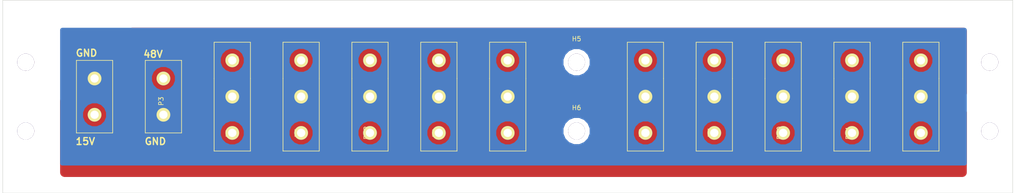
<source format=kicad_pcb>
(kicad_pcb (version 4) (host pcbnew "(after 2015-mar-04 BZR unknown)-product")

  (general
    (links 31)
    (no_connects 0)
    (area 50.141667 86.449999 277.616429 128.550001)
    (thickness 1.6)
    (drawings 8)
    (tracks 0)
    (zones 0)
    (modules 18)
    (nets 4)
  )

  (page A4)
  (layers
    (0 F.Cu signal)
    (31 B.Cu signal)
    (32 B.Adhes user)
    (33 F.Adhes user)
    (34 B.Paste user)
    (35 F.Paste user)
    (36 B.SilkS user)
    (37 F.SilkS user)
    (38 B.Mask user)
    (39 F.Mask user)
    (40 Dwgs.User user)
    (41 Cmts.User user)
    (42 Eco1.User user)
    (43 Eco2.User user)
    (44 Edge.Cuts user)
    (45 Margin user)
    (46 B.CrtYd user)
    (47 F.CrtYd user)
    (48 B.Fab user)
    (49 F.Fab user)
  )

  (setup
    (last_trace_width 0.25)
    (trace_clearance 0.2)
    (zone_clearance 1.5)
    (zone_45_only no)
    (trace_min 0.2)
    (segment_width 0.2)
    (edge_width 0.1)
    (via_size 0.6)
    (via_drill 0.4)
    (via_min_size 0.4)
    (via_min_drill 0.3)
    (uvia_size 0.3)
    (uvia_drill 0.1)
    (uvias_allowed no)
    (uvia_min_size 0.2)
    (uvia_min_drill 0.1)
    (pcb_text_width 0.3)
    (pcb_text_size 1.5 1.5)
    (mod_edge_width 0.15)
    (mod_text_size 1 1)
    (mod_text_width 0.15)
    (pad_size 1.5 1.5)
    (pad_drill 0.6)
    (pad_to_mask_clearance 0)
    (aux_axis_origin 0 0)
    (visible_elements FFFEEF7F)
    (pcbplotparams
      (layerselection 0x010f0_80000001)
      (usegerberextensions false)
      (excludeedgelayer true)
      (linewidth 0.100000)
      (plotframeref false)
      (viasonmask false)
      (mode 1)
      (useauxorigin false)
      (hpglpennumber 1)
      (hpglpenspeed 20)
      (hpglpendiameter 15)
      (hpglpenoverlay 2)
      (psnegative false)
      (psa4output false)
      (plotreference true)
      (plotvalue true)
      (plotinvisibletext false)
      (padsonsilk false)
      (subtractmaskfromsilk false)
      (outputformat 1)
      (mirror false)
      (drillshape 0)
      (scaleselection 1)
      (outputdirectory gerbs/))
  )

  (net 0 "")
  (net 1 +15V)
  (net 2 GND)
  (net 3 +48V)

  (net_class Default "This is the default net class."
    (clearance 0.2)
    (trace_width 0.25)
    (via_dia 0.6)
    (via_drill 0.4)
    (uvia_dia 0.3)
    (uvia_drill 0.1)
    (add_net +15V)
    (add_net +48V)
    (add_net GND)
  )

  (module Mounting_Holes:MountingHole_3-7mm (layer F.Cu) (tedit 0) (tstamp 553EBC47)
    (at 180 115)
    (descr "Mounting hole, Befestigungsbohrung, 3,7mm, No Annular, Kein Restring,")
    (tags "Mounting hole, Befestigungsbohrung, 3,7mm, No Annular, Kein Restring,")
    (path /553EBCAA)
    (fp_text reference H6 (at 0 -5.08) (layer F.SilkS)
      (effects (font (size 1 1) (thickness 0.15)))
    )
    (fp_text value MOUNTING_HOLE (at 1.27 5.08) (layer F.Fab)
      (effects (font (size 1 1) (thickness 0.15)))
    )
    (fp_circle (center 0 0) (end 3.7 0) (layer Cmts.User) (width 0.381))
    (pad 1 thru_hole circle (at 0 0) (size 3.7 3.7) (drill 3.7) (layers))
  )

  (module Mounting_Holes:MountingHole_3-7mm (layer F.Cu) (tedit 0) (tstamp 553EBC42)
    (at 180 100)
    (descr "Mounting hole, Befestigungsbohrung, 3,7mm, No Annular, Kein Restring,")
    (tags "Mounting hole, Befestigungsbohrung, 3,7mm, No Annular, Kein Restring,")
    (path /553EBCA4)
    (fp_text reference H5 (at 0 -5.08) (layer F.SilkS)
      (effects (font (size 1 1) (thickness 0.15)))
    )
    (fp_text value MOUNTING_HOLE (at 1.27 5.08) (layer F.Fab)
      (effects (font (size 1 1) (thickness 0.15)))
    )
    (fp_circle (center 0 0) (end 3.7 0) (layer Cmts.User) (width 0.381))
    (pad 1 thru_hole circle (at 0 0) (size 3.7 3.7) (drill 3.7) (layers))
  )

  (module sdtransmitter:powerpole25APCBx3 (layer F.Cu) (tedit 55887627) (tstamp 553EB7CF)
    (at 150 107.5 90)
    (path /553EB8A9)
    (fp_text reference P12 (at -7.9 -15.8 90) (layer F.SilkS)
      (effects (font (size 1 1) (thickness 0.15)))
    )
    (fp_text value CONN_01X03 (at 0 -19.75 90) (layer F.Fab)
      (effects (font (size 1 1) (thickness 0.15)))
    )
    (fp_line (start 3.95 3.95) (end 11.85 3.95) (layer F.SilkS) (width 0.15))
    (fp_line (start 11.85 3.95) (end 11.85 -3.95) (layer F.SilkS) (width 0.15))
    (fp_line (start 11.85 -3.95) (end 3.95 -3.95) (layer F.SilkS) (width 0.15))
    (fp_line (start 3.95 3.95) (end -11.85 3.95) (layer F.SilkS) (width 0.15))
    (fp_line (start -11.85 3.95) (end -11.85 -3.95) (layer F.SilkS) (width 0.15))
    (fp_line (start -11.85 -3.95) (end 3.95 -3.95) (layer F.SilkS) (width 0.15))
    (pad 3 thru_hole circle (at 7.9 0 90) (size 3 3) (drill 1.8) (layers *.Cu *.Mask F.SilkS)
      (net 3 +48V))
    (pad 1 thru_hole circle (at -7.9 0 90) (size 3 3) (drill 1.8) (layers *.Cu *.Mask F.SilkS)
      (net 1 +15V))
    (pad 2 thru_hole circle (at 0 0 90) (size 3 3) (drill 1.8) (layers *.Cu *.Mask F.SilkS)
      (net 2 GND))
  )

  (module sdtransmitter:powerpole25APCBx3 (layer F.Cu) (tedit 55887627) (tstamp 553EB7C8)
    (at 255 107.5 90)
    (path /553EB88E)
    (fp_text reference P11 (at -7.9 -15.8 90) (layer F.SilkS)
      (effects (font (size 1 1) (thickness 0.15)))
    )
    (fp_text value CONN_01X03 (at 0 -19.75 90) (layer F.Fab)
      (effects (font (size 1 1) (thickness 0.15)))
    )
    (fp_line (start 3.95 3.95) (end 11.85 3.95) (layer F.SilkS) (width 0.15))
    (fp_line (start 11.85 3.95) (end 11.85 -3.95) (layer F.SilkS) (width 0.15))
    (fp_line (start 11.85 -3.95) (end 3.95 -3.95) (layer F.SilkS) (width 0.15))
    (fp_line (start 3.95 3.95) (end -11.85 3.95) (layer F.SilkS) (width 0.15))
    (fp_line (start -11.85 3.95) (end -11.85 -3.95) (layer F.SilkS) (width 0.15))
    (fp_line (start -11.85 -3.95) (end 3.95 -3.95) (layer F.SilkS) (width 0.15))
    (pad 3 thru_hole circle (at 7.9 0 90) (size 3 3) (drill 1.8) (layers *.Cu *.Mask F.SilkS)
      (net 3 +48V))
    (pad 1 thru_hole circle (at -7.9 0 90) (size 3 3) (drill 1.8) (layers *.Cu *.Mask F.SilkS)
      (net 1 +15V))
    (pad 2 thru_hole circle (at 0 0 90) (size 3 3) (drill 1.8) (layers *.Cu *.Mask F.SilkS)
      (net 2 GND))
  )

  (module sdtransmitter:powerpole25APCBx3 (layer F.Cu) (tedit 55887627) (tstamp 553EB7C1)
    (at 240 107.5 90)
    (path /553EB827)
    (fp_text reference P10 (at -7.9 -15.8 90) (layer F.SilkS)
      (effects (font (size 1 1) (thickness 0.15)))
    )
    (fp_text value CONN_01X03 (at 0 -19.75 90) (layer F.Fab)
      (effects (font (size 1 1) (thickness 0.15)))
    )
    (fp_line (start 3.95 3.95) (end 11.85 3.95) (layer F.SilkS) (width 0.15))
    (fp_line (start 11.85 3.95) (end 11.85 -3.95) (layer F.SilkS) (width 0.15))
    (fp_line (start 11.85 -3.95) (end 3.95 -3.95) (layer F.SilkS) (width 0.15))
    (fp_line (start 3.95 3.95) (end -11.85 3.95) (layer F.SilkS) (width 0.15))
    (fp_line (start -11.85 3.95) (end -11.85 -3.95) (layer F.SilkS) (width 0.15))
    (fp_line (start -11.85 -3.95) (end 3.95 -3.95) (layer F.SilkS) (width 0.15))
    (pad 3 thru_hole circle (at 7.9 0 90) (size 3 3) (drill 1.8) (layers *.Cu *.Mask F.SilkS)
      (net 3 +48V))
    (pad 1 thru_hole circle (at -7.9 0 90) (size 3 3) (drill 1.8) (layers *.Cu *.Mask F.SilkS)
      (net 1 +15V))
    (pad 2 thru_hole circle (at 0 0 90) (size 3 3) (drill 1.8) (layers *.Cu *.Mask F.SilkS)
      (net 2 GND))
  )

  (module sdtransmitter:powerpole25APCBx3 (layer F.Cu) (tedit 55887627) (tstamp 553EB7BA)
    (at 210 107.5 90)
    (path /553EB6A3)
    (fp_text reference P9 (at -7.9 -15.8 90) (layer F.SilkS)
      (effects (font (size 1 1) (thickness 0.15)))
    )
    (fp_text value CONN_01X03 (at 0 -19.75 90) (layer F.Fab)
      (effects (font (size 1 1) (thickness 0.15)))
    )
    (fp_line (start 3.95 3.95) (end 11.85 3.95) (layer F.SilkS) (width 0.15))
    (fp_line (start 11.85 3.95) (end 11.85 -3.95) (layer F.SilkS) (width 0.15))
    (fp_line (start 11.85 -3.95) (end 3.95 -3.95) (layer F.SilkS) (width 0.15))
    (fp_line (start 3.95 3.95) (end -11.85 3.95) (layer F.SilkS) (width 0.15))
    (fp_line (start -11.85 3.95) (end -11.85 -3.95) (layer F.SilkS) (width 0.15))
    (fp_line (start -11.85 -3.95) (end 3.95 -3.95) (layer F.SilkS) (width 0.15))
    (pad 3 thru_hole circle (at 7.9 0 90) (size 3 3) (drill 1.8) (layers *.Cu *.Mask F.SilkS)
      (net 3 +48V))
    (pad 1 thru_hole circle (at -7.9 0 90) (size 3 3) (drill 1.8) (layers *.Cu *.Mask F.SilkS)
      (net 1 +15V))
    (pad 2 thru_hole circle (at 0 0 90) (size 3 3) (drill 1.8) (layers *.Cu *.Mask F.SilkS)
      (net 2 GND))
  )

  (module sdtransmitter:powerpole25APCBx3 (layer F.Cu) (tedit 55887627) (tstamp 553EB7B3)
    (at 195 107.5 90)
    (path /553EB80C)
    (fp_text reference P8 (at -7.9 -15.8 90) (layer F.SilkS)
      (effects (font (size 1 1) (thickness 0.15)))
    )
    (fp_text value CONN_01X03 (at 0 -19.75 90) (layer F.Fab)
      (effects (font (size 1 1) (thickness 0.15)))
    )
    (fp_line (start 3.95 3.95) (end 11.85 3.95) (layer F.SilkS) (width 0.15))
    (fp_line (start 11.85 3.95) (end 11.85 -3.95) (layer F.SilkS) (width 0.15))
    (fp_line (start 11.85 -3.95) (end 3.95 -3.95) (layer F.SilkS) (width 0.15))
    (fp_line (start 3.95 3.95) (end -11.85 3.95) (layer F.SilkS) (width 0.15))
    (fp_line (start -11.85 3.95) (end -11.85 -3.95) (layer F.SilkS) (width 0.15))
    (fp_line (start -11.85 -3.95) (end 3.95 -3.95) (layer F.SilkS) (width 0.15))
    (pad 3 thru_hole circle (at 7.9 0 90) (size 3 3) (drill 1.8) (layers *.Cu *.Mask F.SilkS)
      (net 3 +48V))
    (pad 1 thru_hole circle (at -7.9 0 90) (size 3 3) (drill 1.8) (layers *.Cu *.Mask F.SilkS)
      (net 1 +15V))
    (pad 2 thru_hole circle (at 0 0 90) (size 3 3) (drill 1.8) (layers *.Cu *.Mask F.SilkS)
      (net 2 GND))
  )

  (module sdtransmitter:powerpole25APCBx3 (layer F.Cu) (tedit 55887627) (tstamp 553EB7AC)
    (at 225 107.5 90)
    (path /553EB4E0)
    (fp_text reference P7 (at -7.9 -15.8 90) (layer F.SilkS)
      (effects (font (size 1 1) (thickness 0.15)))
    )
    (fp_text value CONN_01X03 (at 0 -19.75 90) (layer F.Fab)
      (effects (font (size 1 1) (thickness 0.15)))
    )
    (fp_line (start 3.95 3.95) (end 11.85 3.95) (layer F.SilkS) (width 0.15))
    (fp_line (start 11.85 3.95) (end 11.85 -3.95) (layer F.SilkS) (width 0.15))
    (fp_line (start 11.85 -3.95) (end 3.95 -3.95) (layer F.SilkS) (width 0.15))
    (fp_line (start 3.95 3.95) (end -11.85 3.95) (layer F.SilkS) (width 0.15))
    (fp_line (start -11.85 3.95) (end -11.85 -3.95) (layer F.SilkS) (width 0.15))
    (fp_line (start -11.85 -3.95) (end 3.95 -3.95) (layer F.SilkS) (width 0.15))
    (pad 3 thru_hole circle (at 7.9 0 90) (size 3 3) (drill 1.8) (layers *.Cu *.Mask F.SilkS)
      (net 3 +48V))
    (pad 1 thru_hole circle (at -7.9 0 90) (size 3 3) (drill 1.8) (layers *.Cu *.Mask F.SilkS)
      (net 1 +15V))
    (pad 2 thru_hole circle (at 0 0 90) (size 3 3) (drill 1.8) (layers *.Cu *.Mask F.SilkS)
      (net 2 GND))
  )

  (module sdtransmitter:powerpole25APCBx3 (layer F.Cu) (tedit 55887627) (tstamp 553EB7A5)
    (at 165 107.5 90)
    (path /553EB7F1)
    (fp_text reference P6 (at -7.9 -15.8 90) (layer F.SilkS)
      (effects (font (size 1 1) (thickness 0.15)))
    )
    (fp_text value CONN_01X03 (at 0 -19.75 90) (layer F.Fab)
      (effects (font (size 1 1) (thickness 0.15)))
    )
    (fp_line (start 3.95 3.95) (end 11.85 3.95) (layer F.SilkS) (width 0.15))
    (fp_line (start 11.85 3.95) (end 11.85 -3.95) (layer F.SilkS) (width 0.15))
    (fp_line (start 11.85 -3.95) (end 3.95 -3.95) (layer F.SilkS) (width 0.15))
    (fp_line (start 3.95 3.95) (end -11.85 3.95) (layer F.SilkS) (width 0.15))
    (fp_line (start -11.85 3.95) (end -11.85 -3.95) (layer F.SilkS) (width 0.15))
    (fp_line (start -11.85 -3.95) (end 3.95 -3.95) (layer F.SilkS) (width 0.15))
    (pad 3 thru_hole circle (at 7.9 0 90) (size 3 3) (drill 1.8) (layers *.Cu *.Mask F.SilkS)
      (net 3 +48V))
    (pad 1 thru_hole circle (at -7.9 0 90) (size 3 3) (drill 1.8) (layers *.Cu *.Mask F.SilkS)
      (net 1 +15V))
    (pad 2 thru_hole circle (at 0 0 90) (size 3 3) (drill 1.8) (layers *.Cu *.Mask F.SilkS)
      (net 2 GND))
  )

  (module sdtransmitter:powerpole25APCBx3 (layer F.Cu) (tedit 55887627) (tstamp 553EB79E)
    (at 135 107.5 90)
    (path /553EB49D)
    (fp_text reference P5 (at -7.9 -15.8 90) (layer F.SilkS)
      (effects (font (size 1 1) (thickness 0.15)))
    )
    (fp_text value CONN_01X03 (at 0 -19.75 90) (layer F.Fab)
      (effects (font (size 1 1) (thickness 0.15)))
    )
    (fp_line (start 3.95 3.95) (end 11.85 3.95) (layer F.SilkS) (width 0.15))
    (fp_line (start 11.85 3.95) (end 11.85 -3.95) (layer F.SilkS) (width 0.15))
    (fp_line (start 11.85 -3.95) (end 3.95 -3.95) (layer F.SilkS) (width 0.15))
    (fp_line (start 3.95 3.95) (end -11.85 3.95) (layer F.SilkS) (width 0.15))
    (fp_line (start -11.85 3.95) (end -11.85 -3.95) (layer F.SilkS) (width 0.15))
    (fp_line (start -11.85 -3.95) (end 3.95 -3.95) (layer F.SilkS) (width 0.15))
    (pad 3 thru_hole circle (at 7.9 0 90) (size 3 3) (drill 1.8) (layers *.Cu *.Mask F.SilkS)
      (net 3 +48V))
    (pad 1 thru_hole circle (at -7.9 0 90) (size 3 3) (drill 1.8) (layers *.Cu *.Mask F.SilkS)
      (net 1 +15V))
    (pad 2 thru_hole circle (at 0 0 90) (size 3 3) (drill 1.8) (layers *.Cu *.Mask F.SilkS)
      (net 2 GND))
  )

  (module sdtransmitter:powerpole25APCBx3 (layer F.Cu) (tedit 55887627) (tstamp 553EB797)
    (at 120 107.5 90)
    (path /553EB7D6)
    (fp_text reference P4 (at -7.9 -15.8 90) (layer F.SilkS)
      (effects (font (size 1 1) (thickness 0.15)))
    )
    (fp_text value CONN_01X03 (at 0 -19.75 90) (layer F.Fab)
      (effects (font (size 1 1) (thickness 0.15)))
    )
    (fp_line (start 3.95 3.95) (end 11.85 3.95) (layer F.SilkS) (width 0.15))
    (fp_line (start 11.85 3.95) (end 11.85 -3.95) (layer F.SilkS) (width 0.15))
    (fp_line (start 11.85 -3.95) (end 3.95 -3.95) (layer F.SilkS) (width 0.15))
    (fp_line (start 3.95 3.95) (end -11.85 3.95) (layer F.SilkS) (width 0.15))
    (fp_line (start -11.85 3.95) (end -11.85 -3.95) (layer F.SilkS) (width 0.15))
    (fp_line (start -11.85 -3.95) (end 3.95 -3.95) (layer F.SilkS) (width 0.15))
    (pad 3 thru_hole circle (at 7.9 0 90) (size 3 3) (drill 1.8) (layers *.Cu *.Mask F.SilkS)
      (net 3 +48V))
    (pad 1 thru_hole circle (at -7.9 0 90) (size 3 3) (drill 1.8) (layers *.Cu *.Mask F.SilkS)
      (net 1 +15V))
    (pad 2 thru_hole circle (at 0 0 90) (size 3 3) (drill 1.8) (layers *.Cu *.Mask F.SilkS)
      (net 2 GND))
  )

  (module sdtransmitter:powerpole25APCBx3 (layer F.Cu) (tedit 5588775D) (tstamp 553EB790)
    (at 105 107.5 90)
    (path /553EAE96)
    (fp_text reference P3 (at -1 -15.5 90) (layer F.SilkS)
      (effects (font (size 1 1) (thickness 0.15)))
    )
    (fp_text value CONN_01X03 (at 0 -19.75 90) (layer F.Fab)
      (effects (font (size 1 1) (thickness 0.15)))
    )
    (fp_line (start 3.95 3.95) (end 11.85 3.95) (layer F.SilkS) (width 0.15))
    (fp_line (start 11.85 3.95) (end 11.85 -3.95) (layer F.SilkS) (width 0.15))
    (fp_line (start 11.85 -3.95) (end 3.95 -3.95) (layer F.SilkS) (width 0.15))
    (fp_line (start 3.95 3.95) (end -11.85 3.95) (layer F.SilkS) (width 0.15))
    (fp_line (start -11.85 3.95) (end -11.85 -3.95) (layer F.SilkS) (width 0.15))
    (fp_line (start -11.85 -3.95) (end 3.95 -3.95) (layer F.SilkS) (width 0.15))
    (pad 3 thru_hole circle (at 7.9 0 90) (size 3 3) (drill 1.8) (layers *.Cu *.Mask F.SilkS)
      (net 3 +48V))
    (pad 1 thru_hole circle (at -7.9 0 90) (size 3 3) (drill 1.8) (layers *.Cu *.Mask F.SilkS)
      (net 1 +15V))
    (pad 2 thru_hole circle (at 0 0 90) (size 3 3) (drill 1.8) (layers *.Cu *.Mask F.SilkS)
      (net 2 GND))
  )

  (module sdtransmitter:powerpole25APCBx2 (layer F.Cu) (tedit 55887643) (tstamp 553EB789)
    (at 90 107.5 270)
    (path /553EAEF6)
    (fp_text reference P2 (at -7.9 -15.8 270) (layer F.SilkS)
      (effects (font (size 1 1) (thickness 0.15)))
    )
    (fp_text value CONN_01X02 (at 0 -19.75 270) (layer F.Fab)
      (effects (font (size 1 1) (thickness 0.15)))
    )
    (fp_line (start 7.9 -3.95) (end 7.9 3.95) (layer F.SilkS) (width 0.15))
    (fp_line (start 7.9 3.95) (end -7.9 3.95) (layer F.SilkS) (width 0.15))
    (fp_line (start -7.9 3.95) (end -7.9 -3.95) (layer F.SilkS) (width 0.15))
    (fp_line (start -7.9 -3.95) (end 7.9 -3.95) (layer F.SilkS) (width 0.15))
    (pad 1 thru_hole circle (at -3.95 0 270) (size 3 3) (drill 1.8) (layers *.Cu *.Mask F.SilkS)
      (net 3 +48V))
    (pad 2 thru_hole circle (at 3.95 0 270) (size 3 3) (drill 1.8) (layers *.Cu *.Mask F.SilkS)
      (net 2 GND))
  )

  (module sdtransmitter:powerpole25APCBx2 (layer F.Cu) (tedit 55887643) (tstamp 553EB783)
    (at 75 107.5 90)
    (path /553EAECD)
    (fp_text reference P1 (at -7.9 -15.8 90) (layer F.SilkS)
      (effects (font (size 1 1) (thickness 0.15)))
    )
    (fp_text value CONN_01X02 (at 0 -19.75 90) (layer F.Fab)
      (effects (font (size 1 1) (thickness 0.15)))
    )
    (fp_line (start 7.9 -3.95) (end 7.9 3.95) (layer F.SilkS) (width 0.15))
    (fp_line (start 7.9 3.95) (end -7.9 3.95) (layer F.SilkS) (width 0.15))
    (fp_line (start -7.9 3.95) (end -7.9 -3.95) (layer F.SilkS) (width 0.15))
    (fp_line (start -7.9 -3.95) (end 7.9 -3.95) (layer F.SilkS) (width 0.15))
    (pad 1 thru_hole circle (at -3.95 0 90) (size 3 3) (drill 1.8) (layers *.Cu *.Mask F.SilkS)
      (net 1 +15V))
    (pad 2 thru_hole circle (at 3.95 0 90) (size 3 3) (drill 1.8) (layers *.Cu *.Mask F.SilkS)
      (net 2 GND))
  )

  (module Mounting_Holes:MountingHole_3-7mm (layer F.Cu) (tedit 55887747) (tstamp 553EB77D)
    (at 60 115)
    (descr "Mounting hole, Befestigungsbohrung, 3,7mm, No Annular, Kein Restring,")
    (tags "Mounting hole, Befestigungsbohrung, 3,7mm, No Annular, Kein Restring,")
    (path /553EC09A)
    (fp_text reference H4 (at -0.25 0.25) (layer F.SilkS)
      (effects (font (size 1 1) (thickness 0.15)))
    )
    (fp_text value MOUNTING_HOLE (at 1.27 5.08) (layer F.Fab)
      (effects (font (size 1 1) (thickness 0.15)))
    )
    (fp_circle (center 0 0) (end 3.7 0) (layer Cmts.User) (width 0.381))
    (pad 1 thru_hole circle (at 0 0) (size 3.7 3.7) (drill 3.7) (layers))
  )

  (module Mounting_Holes:MountingHole_3-7mm (layer F.Cu) (tedit 55887764) (tstamp 553EB778)
    (at 270 115)
    (descr "Mounting hole, Befestigungsbohrung, 3,7mm, No Annular, Kein Restring,")
    (tags "Mounting hole, Befestigungsbohrung, 3,7mm, No Annular, Kein Restring,")
    (path /553EBFE8)
    (fp_text reference H3 (at 0 0) (layer F.SilkS)
      (effects (font (size 1 1) (thickness 0.15)))
    )
    (fp_text value MOUNTING_HOLE (at 1.27 5.08) (layer F.Fab)
      (effects (font (size 1 1) (thickness 0.15)))
    )
    (fp_circle (center 0 0) (end 3.7 0) (layer Cmts.User) (width 0.381))
    (pad 1 thru_hole circle (at 0 0) (size 3.7 3.7) (drill 3.7) (layers))
  )

  (module Mounting_Holes:MountingHole_3-7mm (layer F.Cu) (tedit 55887766) (tstamp 553EB773)
    (at 270 100)
    (descr "Mounting hole, Befestigungsbohrung, 3,7mm, No Annular, Kein Restring,")
    (tags "Mounting hole, Befestigungsbohrung, 3,7mm, No Annular, Kein Restring,")
    (path /553EC034)
    (fp_text reference H2 (at 0 0) (layer F.SilkS)
      (effects (font (size 1 1) (thickness 0.15)))
    )
    (fp_text value MOUNTING_HOLE (at 1.27 5.08) (layer F.Fab)
      (effects (font (size 1 1) (thickness 0.15)))
    )
    (fp_circle (center 0 0) (end 3.7 0) (layer Cmts.User) (width 0.381))
    (pad 1 thru_hole circle (at 0 0) (size 3.7 3.7) (drill 3.7) (layers))
  )

  (module Mounting_Holes:MountingHole_3-7mm (layer F.Cu) (tedit 5588774B) (tstamp 553EB76E)
    (at 60 100)
    (descr "Mounting hole, Befestigungsbohrung, 3,7mm, No Annular, Kein Restring,")
    (tags "Mounting hole, Befestigungsbohrung, 3,7mm, No Annular, Kein Restring,")
    (path /553EBF3F)
    (fp_text reference H1 (at 0.25 0) (layer F.SilkS)
      (effects (font (size 1 1) (thickness 0.15)))
    )
    (fp_text value MOUNTING_HOLE (at 1.27 5.08) (layer F.Fab)
      (effects (font (size 1 1) (thickness 0.15)))
    )
    (fp_circle (center 0 0) (end 3.7 0) (layer Cmts.User) (width 0.381))
    (pad 1 thru_hole circle (at 0 0) (size 3.7 3.7) (drill 3.7) (layers))
  )

  (gr_line (start 55 128.5) (end 55 86.5) (angle 90) (layer Edge.Cuts) (width 0.1))
  (gr_line (start 275 86.5) (end 275 128.5) (angle 90) (layer Edge.Cuts) (width 0.1))
  (gr_line (start 275 128.5) (end 55 128.5) (angle 90) (layer Edge.Cuts) (width 0.1))
  (gr_line (start 55 86.5) (end 275 86.5) (angle 90) (layer Edge.Cuts) (width 0.1))
  (gr_text GND (at 88.25 117.25) (layer F.SilkS)
    (effects (font (size 1.5 1.5) (thickness 0.3)))
  )
  (gr_text GND (at 73.25 98) (layer F.SilkS)
    (effects (font (size 1.5 1.5) (thickness 0.3)))
  )
  (gr_text 15V (at 73 117.25) (layer F.SilkS)
    (effects (font (size 1.5 1.5) (thickness 0.3)))
  )
  (gr_text 48V (at 87.75 98.25) (layer F.SilkS)
    (effects (font (size 1.5 1.5) (thickness 0.3)))
  )

  (zone (net 2) (net_name GND) (layer B.Cu) (tstamp 553EBE4E) (hatch edge 0.508)
    (connect_pads yes (clearance 1))
    (min_thickness 1)
    (fill yes (arc_segments 16) (thermal_gap 5) (thermal_bridge_width 5))
    (polygon
      (pts
        (xy 67.5 92.5) (xy 67.5 122.5) (xy 265 122.5) (xy 265 92.5)
      )
    )
    (filled_polygon
      (pts
        (xy 264.5 122) (xy 258.000519 122) (xy 258.000519 114.805881) (xy 258.000519 99.005881) (xy 257.544759 97.902857)
        (xy 256.701582 97.058207) (xy 255.599355 96.600522) (xy 254.405881 96.599481) (xy 253.302857 97.055241) (xy 252.458207 97.898418)
        (xy 252.000522 99.000645) (xy 251.999481 100.194119) (xy 252.455241 101.297143) (xy 253.298418 102.141793) (xy 254.400645 102.599478)
        (xy 255.594119 102.600519) (xy 256.697143 102.144759) (xy 257.541793 101.301582) (xy 257.999478 100.199355) (xy 258.000519 99.005881)
        (xy 258.000519 114.805881) (xy 257.544759 113.702857) (xy 256.701582 112.858207) (xy 255.599355 112.400522) (xy 254.405881 112.399481)
        (xy 253.302857 112.855241) (xy 252.458207 113.698418) (xy 252.000522 114.800645) (xy 251.999481 115.994119) (xy 252.455241 117.097143)
        (xy 253.298418 117.941793) (xy 254.400645 118.399478) (xy 255.594119 118.400519) (xy 256.697143 117.944759) (xy 257.541793 117.101582)
        (xy 257.999478 115.999355) (xy 258.000519 114.805881) (xy 258.000519 122) (xy 243.000519 122) (xy 243.000519 114.805881)
        (xy 243.000519 99.005881) (xy 242.544759 97.902857) (xy 241.701582 97.058207) (xy 240.599355 96.600522) (xy 239.405881 96.599481)
        (xy 238.302857 97.055241) (xy 237.458207 97.898418) (xy 237.000522 99.000645) (xy 236.999481 100.194119) (xy 237.455241 101.297143)
        (xy 238.298418 102.141793) (xy 239.400645 102.599478) (xy 240.594119 102.600519) (xy 241.697143 102.144759) (xy 242.541793 101.301582)
        (xy 242.999478 100.199355) (xy 243.000519 99.005881) (xy 243.000519 114.805881) (xy 242.544759 113.702857) (xy 241.701582 112.858207)
        (xy 240.599355 112.400522) (xy 239.405881 112.399481) (xy 238.302857 112.855241) (xy 237.458207 113.698418) (xy 237.000522 114.800645)
        (xy 236.999481 115.994119) (xy 237.455241 117.097143) (xy 238.298418 117.941793) (xy 239.400645 118.399478) (xy 240.594119 118.400519)
        (xy 241.697143 117.944759) (xy 242.541793 117.101582) (xy 242.999478 115.999355) (xy 243.000519 114.805881) (xy 243.000519 122)
        (xy 228.000519 122) (xy 228.000519 114.805881) (xy 228.000519 99.005881) (xy 227.544759 97.902857) (xy 226.701582 97.058207)
        (xy 225.599355 96.600522) (xy 224.405881 96.599481) (xy 223.302857 97.055241) (xy 222.458207 97.898418) (xy 222.000522 99.000645)
        (xy 221.999481 100.194119) (xy 222.455241 101.297143) (xy 223.298418 102.141793) (xy 224.400645 102.599478) (xy 225.594119 102.600519)
        (xy 226.697143 102.144759) (xy 227.541793 101.301582) (xy 227.999478 100.199355) (xy 228.000519 99.005881) (xy 228.000519 114.805881)
        (xy 227.544759 113.702857) (xy 226.701582 112.858207) (xy 225.599355 112.400522) (xy 224.405881 112.399481) (xy 223.302857 112.855241)
        (xy 222.458207 113.698418) (xy 222.000522 114.800645) (xy 221.999481 115.994119) (xy 222.455241 117.097143) (xy 223.298418 117.941793)
        (xy 224.400645 118.399478) (xy 225.594119 118.400519) (xy 226.697143 117.944759) (xy 227.541793 117.101582) (xy 227.999478 115.999355)
        (xy 228.000519 114.805881) (xy 228.000519 122) (xy 213.000519 122) (xy 213.000519 114.805881) (xy 213.000519 99.005881)
        (xy 212.544759 97.902857) (xy 211.701582 97.058207) (xy 210.599355 96.600522) (xy 209.405881 96.599481) (xy 208.302857 97.055241)
        (xy 207.458207 97.898418) (xy 207.000522 99.000645) (xy 206.999481 100.194119) (xy 207.455241 101.297143) (xy 208.298418 102.141793)
        (xy 209.400645 102.599478) (xy 210.594119 102.600519) (xy 211.697143 102.144759) (xy 212.541793 101.301582) (xy 212.999478 100.199355)
        (xy 213.000519 99.005881) (xy 213.000519 114.805881) (xy 212.544759 113.702857) (xy 211.701582 112.858207) (xy 210.599355 112.400522)
        (xy 209.405881 112.399481) (xy 208.302857 112.855241) (xy 207.458207 113.698418) (xy 207.000522 114.800645) (xy 206.999481 115.994119)
        (xy 207.455241 117.097143) (xy 208.298418 117.941793) (xy 209.400645 118.399478) (xy 210.594119 118.400519) (xy 211.697143 117.944759)
        (xy 212.541793 117.101582) (xy 212.999478 115.999355) (xy 213.000519 114.805881) (xy 213.000519 122) (xy 198.000519 122)
        (xy 198.000519 114.805881) (xy 198.000519 99.005881) (xy 197.544759 97.902857) (xy 196.701582 97.058207) (xy 195.599355 96.600522)
        (xy 194.405881 96.599481) (xy 193.302857 97.055241) (xy 192.458207 97.898418) (xy 192.000522 99.000645) (xy 191.999481 100.194119)
        (xy 192.455241 101.297143) (xy 193.298418 102.141793) (xy 194.400645 102.599478) (xy 195.594119 102.600519) (xy 196.697143 102.144759)
        (xy 197.541793 101.301582) (xy 197.999478 100.199355) (xy 198.000519 99.005881) (xy 198.000519 114.805881) (xy 197.544759 113.702857)
        (xy 196.701582 112.858207) (xy 195.599355 112.400522) (xy 194.405881 112.399481) (xy 193.302857 112.855241) (xy 192.458207 113.698418)
        (xy 192.000522 114.800645) (xy 191.999481 115.994119) (xy 192.455241 117.097143) (xy 193.298418 117.941793) (xy 194.400645 118.399478)
        (xy 195.594119 118.400519) (xy 196.697143 117.944759) (xy 197.541793 117.101582) (xy 197.999478 115.999355) (xy 198.000519 114.805881)
        (xy 198.000519 122) (xy 183.35058 122) (xy 183.35058 114.336567) (xy 183.35058 99.336567) (xy 182.841647 98.104857)
        (xy 181.9001 97.161665) (xy 180.66928 96.650583) (xy 179.336567 96.64942) (xy 178.104857 97.158353) (xy 177.161665 98.0999)
        (xy 176.650583 99.33072) (xy 176.64942 100.663433) (xy 177.158353 101.895143) (xy 178.0999 102.838335) (xy 179.33072 103.349417)
        (xy 180.663433 103.35058) (xy 181.895143 102.841647) (xy 182.838335 101.9001) (xy 183.349417 100.66928) (xy 183.35058 99.336567)
        (xy 183.35058 114.336567) (xy 182.841647 113.104857) (xy 181.9001 112.161665) (xy 180.66928 111.650583) (xy 179.336567 111.64942)
        (xy 178.104857 112.158353) (xy 177.161665 113.0999) (xy 176.650583 114.33072) (xy 176.64942 115.663433) (xy 177.158353 116.895143)
        (xy 178.0999 117.838335) (xy 179.33072 118.349417) (xy 180.663433 118.35058) (xy 181.895143 117.841647) (xy 182.838335 116.9001)
        (xy 183.349417 115.66928) (xy 183.35058 114.336567) (xy 183.35058 122) (xy 168.000519 122) (xy 168.000519 114.805881)
        (xy 168.000519 99.005881) (xy 167.544759 97.902857) (xy 166.701582 97.058207) (xy 165.599355 96.600522) (xy 164.405881 96.599481)
        (xy 163.302857 97.055241) (xy 162.458207 97.898418) (xy 162.000522 99.000645) (xy 161.999481 100.194119) (xy 162.455241 101.297143)
        (xy 163.298418 102.141793) (xy 164.400645 102.599478) (xy 165.594119 102.600519) (xy 166.697143 102.144759) (xy 167.541793 101.301582)
        (xy 167.999478 100.199355) (xy 168.000519 99.005881) (xy 168.000519 114.805881) (xy 167.544759 113.702857) (xy 166.701582 112.858207)
        (xy 165.599355 112.400522) (xy 164.405881 112.399481) (xy 163.302857 112.855241) (xy 162.458207 113.698418) (xy 162.000522 114.800645)
        (xy 161.999481 115.994119) (xy 162.455241 117.097143) (xy 163.298418 117.941793) (xy 164.400645 118.399478) (xy 165.594119 118.400519)
        (xy 166.697143 117.944759) (xy 167.541793 117.101582) (xy 167.999478 115.999355) (xy 168.000519 114.805881) (xy 168.000519 122)
        (xy 153.000519 122) (xy 153.000519 114.805881) (xy 153.000519 99.005881) (xy 152.544759 97.902857) (xy 151.701582 97.058207)
        (xy 150.599355 96.600522) (xy 149.405881 96.599481) (xy 148.302857 97.055241) (xy 147.458207 97.898418) (xy 147.000522 99.000645)
        (xy 146.999481 100.194119) (xy 147.455241 101.297143) (xy 148.298418 102.141793) (xy 149.400645 102.599478) (xy 150.594119 102.600519)
        (xy 151.697143 102.144759) (xy 152.541793 101.301582) (xy 152.999478 100.199355) (xy 153.000519 99.005881) (xy 153.000519 114.805881)
        (xy 152.544759 113.702857) (xy 151.701582 112.858207) (xy 150.599355 112.400522) (xy 149.405881 112.399481) (xy 148.302857 112.855241)
        (xy 147.458207 113.698418) (xy 147.000522 114.800645) (xy 146.999481 115.994119) (xy 147.455241 117.097143) (xy 148.298418 117.941793)
        (xy 149.400645 118.399478) (xy 150.594119 118.400519) (xy 151.697143 117.944759) (xy 152.541793 117.101582) (xy 152.999478 115.999355)
        (xy 153.000519 114.805881) (xy 153.000519 122) (xy 138.000519 122) (xy 138.000519 114.805881) (xy 138.000519 99.005881)
        (xy 137.544759 97.902857) (xy 136.701582 97.058207) (xy 135.599355 96.600522) (xy 134.405881 96.599481) (xy 133.302857 97.055241)
        (xy 132.458207 97.898418) (xy 132.000522 99.000645) (xy 131.999481 100.194119) (xy 132.455241 101.297143) (xy 133.298418 102.141793)
        (xy 134.400645 102.599478) (xy 135.594119 102.600519) (xy 136.697143 102.144759) (xy 137.541793 101.301582) (xy 137.999478 100.199355)
        (xy 138.000519 99.005881) (xy 138.000519 114.805881) (xy 137.544759 113.702857) (xy 136.701582 112.858207) (xy 135.599355 112.400522)
        (xy 134.405881 112.399481) (xy 133.302857 112.855241) (xy 132.458207 113.698418) (xy 132.000522 114.800645) (xy 131.999481 115.994119)
        (xy 132.455241 117.097143) (xy 133.298418 117.941793) (xy 134.400645 118.399478) (xy 135.594119 118.400519) (xy 136.697143 117.944759)
        (xy 137.541793 117.101582) (xy 137.999478 115.999355) (xy 138.000519 114.805881) (xy 138.000519 122) (xy 123.000519 122)
        (xy 123.000519 114.805881) (xy 123.000519 99.005881) (xy 122.544759 97.902857) (xy 121.701582 97.058207) (xy 120.599355 96.600522)
        (xy 119.405881 96.599481) (xy 118.302857 97.055241) (xy 117.458207 97.898418) (xy 117.000522 99.000645) (xy 116.999481 100.194119)
        (xy 117.455241 101.297143) (xy 118.298418 102.141793) (xy 119.400645 102.599478) (xy 120.594119 102.600519) (xy 121.697143 102.144759)
        (xy 122.541793 101.301582) (xy 122.999478 100.199355) (xy 123.000519 99.005881) (xy 123.000519 114.805881) (xy 122.544759 113.702857)
        (xy 121.701582 112.858207) (xy 120.599355 112.400522) (xy 119.405881 112.399481) (xy 118.302857 112.855241) (xy 117.458207 113.698418)
        (xy 117.000522 114.800645) (xy 116.999481 115.994119) (xy 117.455241 117.097143) (xy 118.298418 117.941793) (xy 119.400645 118.399478)
        (xy 120.594119 118.400519) (xy 121.697143 117.944759) (xy 122.541793 117.101582) (xy 122.999478 115.999355) (xy 123.000519 114.805881)
        (xy 123.000519 122) (xy 108.000519 122) (xy 108.000519 114.805881) (xy 108.000519 99.005881) (xy 107.544759 97.902857)
        (xy 106.701582 97.058207) (xy 105.599355 96.600522) (xy 104.405881 96.599481) (xy 103.302857 97.055241) (xy 102.458207 97.898418)
        (xy 102.000522 99.000645) (xy 101.999481 100.194119) (xy 102.455241 101.297143) (xy 103.298418 102.141793) (xy 104.400645 102.599478)
        (xy 105.594119 102.600519) (xy 106.697143 102.144759) (xy 107.541793 101.301582) (xy 107.999478 100.199355) (xy 108.000519 99.005881)
        (xy 108.000519 114.805881) (xy 107.544759 113.702857) (xy 106.701582 112.858207) (xy 105.599355 112.400522) (xy 104.405881 112.399481)
        (xy 103.302857 112.855241) (xy 102.458207 113.698418) (xy 102.000522 114.800645) (xy 101.999481 115.994119) (xy 102.455241 117.097143)
        (xy 103.298418 117.941793) (xy 104.400645 118.399478) (xy 105.594119 118.400519) (xy 106.697143 117.944759) (xy 107.541793 117.101582)
        (xy 107.999478 115.999355) (xy 108.000519 114.805881) (xy 108.000519 122) (xy 93.000519 122) (xy 93.000519 102.955881)
        (xy 92.544759 101.852857) (xy 91.701582 101.008207) (xy 90.599355 100.550522) (xy 89.405881 100.549481) (xy 88.302857 101.005241)
        (xy 87.458207 101.848418) (xy 87.000522 102.950645) (xy 86.999481 104.144119) (xy 87.455241 105.247143) (xy 88.298418 106.091793)
        (xy 89.400645 106.549478) (xy 90.594119 106.550519) (xy 91.697143 106.094759) (xy 92.541793 105.251582) (xy 92.999478 104.149355)
        (xy 93.000519 102.955881) (xy 93.000519 122) (xy 78.000519 122) (xy 78.000519 110.855881) (xy 77.544759 109.752857)
        (xy 76.701582 108.908207) (xy 75.599355 108.450522) (xy 74.405881 108.449481) (xy 73.302857 108.905241) (xy 72.458207 109.748418)
        (xy 72.000522 110.850645) (xy 71.999481 112.044119) (xy 72.455241 113.147143) (xy 73.298418 113.991793) (xy 74.400645 114.449478)
        (xy 75.594119 114.450519) (xy 76.697143 113.994759) (xy 77.541793 113.151582) (xy 77.999478 112.049355) (xy 78.000519 110.855881)
        (xy 78.000519 122) (xy 68 122) (xy 68 93) (xy 264.5 93) (xy 264.5 122)
      )
    )
  )
  (zone (net 3) (net_name +48V) (layer F.Cu) (tstamp 553EBE6E) (hatch edge 0.508)
    (connect_pads yes (clearance 1.5))
    (min_thickness 1.5)
    (fill yes (arc_segments 16) (thermal_gap 5) (thermal_bridge_width 5))
    (polygon
      (pts
        (xy 82.5 92.5) (xy 82.5 107.5) (xy 265 107.5) (xy 265 92.5)
      )
    )
    (filled_polygon
      (pts
        (xy 264.25 106.75) (xy 258.747612 106.75) (xy 258.180949 105.378571) (xy 257.126978 104.322758) (xy 255.749194 103.750652)
        (xy 254.257351 103.74935) (xy 252.878571 104.319051) (xy 251.822758 105.373022) (xy 251.250986 106.75) (xy 243.747612 106.75)
        (xy 243.180949 105.378571) (xy 242.126978 104.322758) (xy 240.749194 103.750652) (xy 239.257351 103.74935) (xy 237.878571 104.319051)
        (xy 236.822758 105.373022) (xy 236.250986 106.75) (xy 228.747612 106.75) (xy 228.180949 105.378571) (xy 227.126978 104.322758)
        (xy 225.749194 103.750652) (xy 224.257351 103.74935) (xy 222.878571 104.319051) (xy 221.822758 105.373022) (xy 221.250986 106.75)
        (xy 213.747612 106.75) (xy 213.180949 105.378571) (xy 212.126978 104.322758) (xy 210.749194 103.750652) (xy 209.257351 103.74935)
        (xy 207.878571 104.319051) (xy 206.822758 105.373022) (xy 206.250986 106.75) (xy 198.747612 106.75) (xy 198.180949 105.378571)
        (xy 197.126978 104.322758) (xy 195.749194 103.750652) (xy 194.257351 103.74935) (xy 192.878571 104.319051) (xy 191.822758 105.373022)
        (xy 191.250986 106.75) (xy 184.10071 106.75) (xy 184.10071 99.188037) (xy 183.477838 97.680571) (xy 182.325496 96.526216)
        (xy 180.819118 95.900713) (xy 179.188037 95.89929) (xy 177.680571 96.522162) (xy 176.526216 97.674504) (xy 175.900713 99.180882)
        (xy 175.89929 100.811963) (xy 176.522162 102.319429) (xy 177.674504 103.473784) (xy 179.180882 104.099287) (xy 180.811963 104.10071)
        (xy 182.319429 103.477838) (xy 183.473784 102.325496) (xy 184.099287 100.819118) (xy 184.10071 99.188037) (xy 184.10071 106.75)
        (xy 168.747612 106.75) (xy 168.180949 105.378571) (xy 167.126978 104.322758) (xy 165.749194 103.750652) (xy 164.257351 103.74935)
        (xy 162.878571 104.319051) (xy 161.822758 105.373022) (xy 161.250986 106.75) (xy 153.747612 106.75) (xy 153.180949 105.378571)
        (xy 152.126978 104.322758) (xy 150.749194 103.750652) (xy 149.257351 103.74935) (xy 147.878571 104.319051) (xy 146.822758 105.373022)
        (xy 146.250986 106.75) (xy 138.747612 106.75) (xy 138.180949 105.378571) (xy 137.126978 104.322758) (xy 135.749194 103.750652)
        (xy 134.257351 103.74935) (xy 132.878571 104.319051) (xy 131.822758 105.373022) (xy 131.250986 106.75) (xy 123.747612 106.75)
        (xy 123.180949 105.378571) (xy 122.126978 104.322758) (xy 120.749194 103.750652) (xy 119.257351 103.74935) (xy 117.878571 104.319051)
        (xy 116.822758 105.373022) (xy 116.250986 106.75) (xy 108.747612 106.75) (xy 108.180949 105.378571) (xy 107.126978 104.322758)
        (xy 105.749194 103.750652) (xy 104.257351 103.74935) (xy 102.878571 104.319051) (xy 101.822758 105.373022) (xy 101.250986 106.75)
        (xy 83.25 106.75) (xy 83.25 93.25) (xy 264.25 93.25) (xy 264.25 106.75)
      )
    )
  )
  (zone (net 1) (net_name +15V) (layer F.Cu) (tstamp 553EBE86) (hatch edge 0.508)
    (connect_pads yes (clearance 2))
    (min_thickness 2)
    (fill yes (arc_segments 16) (thermal_gap 5) (thermal_bridge_width 5))
    (polygon
      (pts
        (xy 265 125) (xy 67.5 125) (xy 67.5 107.5) (xy 77.5 107.5) (xy 80 110)
        (xy 265 110)
      )
    )
    (filled_polygon
      (pts
        (xy 264 124) (xy 68.5 124) (xy 68.5 108.5) (xy 77.085786 108.5) (xy 79.585786 111)
        (xy 85.500391 111) (xy 85.499221 112.341178) (xy 86.182861 113.995715) (xy 87.447627 115.26269) (xy 89.100968 115.949217)
        (xy 90.891178 115.950779) (xy 92.545715 115.267139) (xy 93.81269 114.002373) (xy 94.499217 112.349032) (xy 94.500394 111)
        (xy 102.135482 111) (xy 102.447627 111.31269) (xy 104.100968 111.999217) (xy 105.891178 112.000779) (xy 107.545715 111.317139)
        (xy 107.863407 111) (xy 117.135482 111) (xy 117.447627 111.31269) (xy 119.100968 111.999217) (xy 120.891178 112.000779)
        (xy 122.545715 111.317139) (xy 122.863407 111) (xy 132.135482 111) (xy 132.447627 111.31269) (xy 134.100968 111.999217)
        (xy 135.891178 112.000779) (xy 137.545715 111.317139) (xy 137.863407 111) (xy 147.135482 111) (xy 147.447627 111.31269)
        (xy 149.100968 111.999217) (xy 150.891178 112.000779) (xy 152.545715 111.317139) (xy 152.863407 111) (xy 162.135482 111)
        (xy 162.447627 111.31269) (xy 164.100968 111.999217) (xy 165.891178 112.000779) (xy 167.545715 111.317139) (xy 167.863407 111)
        (xy 177.142058 111) (xy 175.890768 112.249109) (xy 175.150844 114.031043) (xy 175.14916 115.960492) (xy 175.885973 117.743715)
        (xy 177.249109 119.109232) (xy 179.031043 119.849156) (xy 180.960492 119.85084) (xy 182.743715 119.114027) (xy 184.109232 117.750891)
        (xy 184.849156 115.968957) (xy 184.85084 114.039508) (xy 184.114027 112.256285) (xy 182.859932 111) (xy 192.135482 111)
        (xy 192.447627 111.31269) (xy 194.100968 111.999217) (xy 195.891178 112.000779) (xy 197.545715 111.317139) (xy 197.863407 111)
        (xy 207.135482 111) (xy 207.447627 111.31269) (xy 209.100968 111.999217) (xy 210.891178 112.000779) (xy 212.545715 111.317139)
        (xy 212.863407 111) (xy 222.135482 111) (xy 222.447627 111.31269) (xy 224.100968 111.999217) (xy 225.891178 112.000779)
        (xy 227.545715 111.317139) (xy 227.863407 111) (xy 237.135482 111) (xy 237.447627 111.31269) (xy 239.100968 111.999217)
        (xy 240.891178 112.000779) (xy 242.545715 111.317139) (xy 242.863407 111) (xy 252.135482 111) (xy 252.447627 111.31269)
        (xy 254.100968 111.999217) (xy 255.891178 112.000779) (xy 257.545715 111.317139) (xy 257.863407 111) (xy 264 111)
        (xy 264 124)
      )
    )
  )
)

</source>
